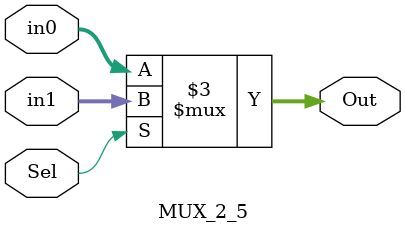
<source format=v>
module MUX_2_32(in0,in1,Sel,Out);

input [31:0] in0,in1;
input Sel;
output reg[31:0] Out;

always@(in0,in1,Sel)
case (Sel)
	0: Out<=in0;
	default: Out<=in1;
endcase

endmodule

module MUX_2_5(in0,in1,Sel,Out);

input [4:0] in0,in1;
input Sel;
output reg[4:0] Out;

always@(in0,in1,Sel)
case (Sel)
	0: Out<=in0;
	default: Out<=in1;
endcase

endmodule

</source>
